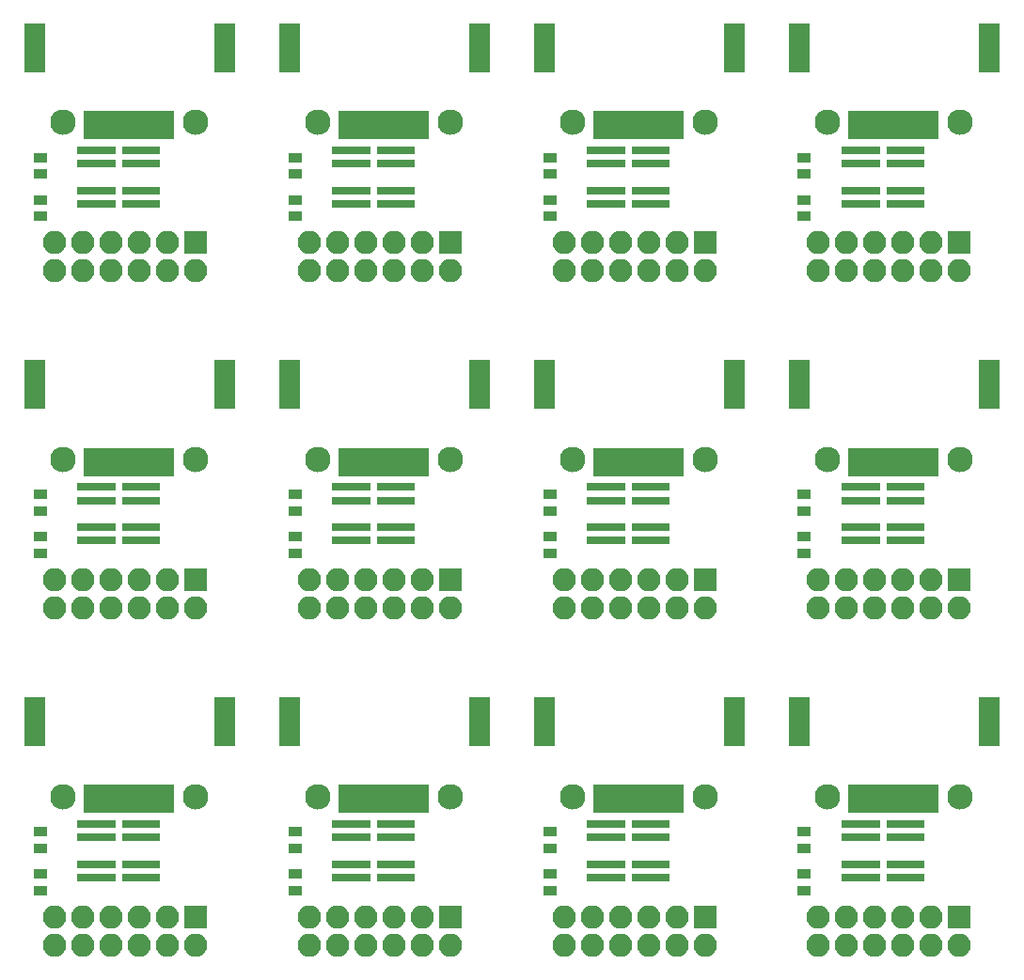
<source format=gts>
%MOIN*%
%OFA0B0*%
%FSLAX46Y46*%
%IPPOS*%
%LPD*%
%ADD10C,0.0039370078740157488*%
%ADD11R,0.074803149606299218X0.17322834645669294*%
%ADD12C,0.051181102362204731*%
%ADD13C,0.0905511811023622*%
%ADD14R,0.03937007874015748X0.0984251968503937*%
%ADD15R,0.051181102362204731X0.035433070866141732*%
%ADD16R,0.041338582677165357X0.031496062992125991*%
%ADD17R,0.033464566929133861X0.031496062992125991*%
%ADD18R,0.082677165354330714X0.082677165354330714*%
%ADD19O,0.082677165354330714X0.082677165354330714*%
%ADD30C,0.0039370078740157488*%
%ADD31R,0.074803149606299218X0.17322834645669294*%
%ADD32C,0.051181102362204731*%
%ADD33C,0.0905511811023622*%
%ADD34R,0.03937007874015748X0.0984251968503937*%
%ADD35R,0.051181102362204731X0.035433070866141732*%
%ADD36R,0.041338582677165357X0.031496062992125991*%
%ADD37R,0.033464566929133861X0.031496062992125991*%
%ADD38R,0.082677165354330714X0.082677165354330714*%
%ADD39O,0.082677165354330714X0.082677165354330714*%
%ADD40C,0.0039370078740157488*%
%ADD41R,0.074803149606299218X0.17322834645669294*%
%ADD42C,0.051181102362204731*%
%ADD43C,0.0905511811023622*%
%ADD44R,0.03937007874015748X0.0984251968503937*%
%ADD45R,0.051181102362204731X0.035433070866141732*%
%ADD46R,0.041338582677165357X0.031496062992125991*%
%ADD47R,0.033464566929133861X0.031496062992125991*%
%ADD48R,0.082677165354330714X0.082677165354330714*%
%ADD49O,0.082677165354330714X0.082677165354330714*%
%ADD50C,0.0039370078740157488*%
%ADD51R,0.074803149606299218X0.17322834645669294*%
%ADD52C,0.051181102362204731*%
%ADD53C,0.0905511811023622*%
%ADD54R,0.03937007874015748X0.0984251968503937*%
%ADD55R,0.051181102362204731X0.035433070866141732*%
%ADD56R,0.041338582677165357X0.031496062992125991*%
%ADD57R,0.033464566929133861X0.031496062992125991*%
%ADD58R,0.082677165354330714X0.082677165354330714*%
%ADD59O,0.082677165354330714X0.082677165354330714*%
%ADD60C,0.0039370078740157488*%
%ADD61R,0.074803149606299218X0.17322834645669294*%
%ADD62C,0.051181102362204731*%
%ADD63C,0.0905511811023622*%
%ADD64R,0.03937007874015748X0.0984251968503937*%
%ADD65R,0.051181102362204731X0.035433070866141732*%
%ADD66R,0.041338582677165357X0.031496062992125991*%
%ADD67R,0.033464566929133861X0.031496062992125991*%
%ADD68R,0.082677165354330714X0.082677165354330714*%
%ADD69O,0.082677165354330714X0.082677165354330714*%
%ADD70C,0.0039370078740157488*%
%ADD71R,0.074803149606299218X0.17322834645669294*%
%ADD72C,0.051181102362204731*%
%ADD73C,0.0905511811023622*%
%ADD74R,0.03937007874015748X0.0984251968503937*%
%ADD75R,0.051181102362204731X0.035433070866141732*%
%ADD76R,0.041338582677165357X0.031496062992125991*%
%ADD77R,0.033464566929133861X0.031496062992125991*%
%ADD78R,0.082677165354330714X0.082677165354330714*%
%ADD79O,0.082677165354330714X0.082677165354330714*%
%ADD80C,0.0039370078740157488*%
%ADD81R,0.074803149606299218X0.17322834645669294*%
%ADD82C,0.051181102362204731*%
%ADD83C,0.0905511811023622*%
%ADD84R,0.03937007874015748X0.0984251968503937*%
%ADD85R,0.051181102362204731X0.035433070866141732*%
%ADD86R,0.041338582677165357X0.031496062992125991*%
%ADD87R,0.033464566929133861X0.031496062992125991*%
%ADD88R,0.082677165354330714X0.082677165354330714*%
%ADD89O,0.082677165354330714X0.082677165354330714*%
%ADD90C,0.0039370078740157488*%
%ADD91R,0.074803149606299218X0.17322834645669294*%
%ADD92C,0.051181102362204731*%
%ADD93C,0.0905511811023622*%
%ADD94R,0.03937007874015748X0.0984251968503937*%
%ADD95R,0.051181102362204731X0.035433070866141732*%
%ADD96R,0.041338582677165357X0.031496062992125991*%
%ADD97R,0.033464566929133861X0.031496062992125991*%
%ADD98R,0.082677165354330714X0.082677165354330714*%
%ADD99O,0.082677165354330714X0.082677165354330714*%
%ADD100C,0.0039370078740157488*%
%ADD101R,0.074803149606299218X0.17322834645669294*%
%ADD102C,0.051181102362204731*%
%ADD103C,0.0905511811023622*%
%ADD104R,0.03937007874015748X0.0984251968503937*%
%ADD105R,0.051181102362204731X0.035433070866141732*%
%ADD106R,0.041338582677165357X0.031496062992125991*%
%ADD107R,0.033464566929133861X0.031496062992125991*%
%ADD108R,0.082677165354330714X0.082677165354330714*%
%ADD109O,0.082677165354330714X0.082677165354330714*%
%ADD110C,0.0039370078740157488*%
%ADD111R,0.074803149606299218X0.17322834645669294*%
%ADD112C,0.051181102362204731*%
%ADD113C,0.0905511811023622*%
%ADD114R,0.03937007874015748X0.0984251968503937*%
%ADD115R,0.051181102362204731X0.035433070866141732*%
%ADD116R,0.041338582677165357X0.031496062992125991*%
%ADD117R,0.033464566929133861X0.031496062992125991*%
%ADD118R,0.082677165354330714X0.082677165354330714*%
%ADD119O,0.082677165354330714X0.082677165354330714*%
%ADD120C,0.0039370078740157488*%
%ADD121R,0.074803149606299218X0.17322834645669294*%
%ADD122C,0.051181102362204731*%
%ADD123C,0.0905511811023622*%
%ADD124R,0.03937007874015748X0.0984251968503937*%
%ADD125R,0.051181102362204731X0.035433070866141732*%
%ADD126R,0.041338582677165357X0.031496062992125991*%
%ADD127R,0.033464566929133861X0.031496062992125991*%
%ADD128R,0.082677165354330714X0.082677165354330714*%
%ADD129O,0.082677165354330714X0.082677165354330714*%
%ADD130C,0.0039370078740157488*%
%ADD131R,0.074803149606299218X0.17322834645669294*%
%ADD132C,0.051181102362204731*%
%ADD133C,0.0905511811023622*%
%ADD134R,0.03937007874015748X0.0984251968503937*%
%ADD135R,0.051181102362204731X0.035433070866141732*%
%ADD136R,0.041338582677165357X0.031496062992125991*%
%ADD137R,0.033464566929133861X0.031496062992125991*%
%ADD138R,0.082677165354330714X0.082677165354330714*%
%ADD139O,0.082677165354330714X0.082677165354330714*%
G01G01*
D10*
D11*
X0000002500Y0000000000D02*
X0000724921Y0000852775D03*
D12*
X0000724921Y0000852775D03*
D13*
X0000622559Y0000587421D03*
X0000150511Y0000587421D03*
D14*
X0000244606Y0000577972D03*
X0000284763Y0000577972D03*
X0000324921Y0000577972D03*
X0000365078Y0000577972D03*
X0000405236Y0000577972D03*
X0000445393Y0000577972D03*
X0000485551Y0000577972D03*
X0000525708Y0000577972D03*
D12*
X0000051692Y0000852775D03*
D11*
X0000051692Y0000852775D03*
D15*
X0000070000Y0000462027D03*
X0000070000Y0000402972D03*
X0000070000Y0000312027D03*
X0000070000Y0000252972D03*
D16*
X0000380236Y0000488602D03*
X0000380236Y0000441358D03*
X0000474724Y0000488602D03*
X0000474724Y0000441358D03*
D17*
X0000411732Y0000488602D03*
X0000443228Y0000488602D03*
X0000443228Y0000441358D03*
X0000411732Y0000441358D03*
D16*
X0000380236Y0000346122D03*
X0000380236Y0000298877D03*
X0000474724Y0000346122D03*
X0000474724Y0000298877D03*
D17*
X0000411732Y0000346122D03*
X0000443228Y0000346122D03*
X0000443228Y0000298877D03*
X0000411732Y0000298877D03*
D16*
X0000222755Y0000488602D03*
X0000222755Y0000441358D03*
X0000317244Y0000488602D03*
X0000317244Y0000441358D03*
D17*
X0000254251Y0000488602D03*
X0000285748Y0000488602D03*
X0000285748Y0000441358D03*
X0000254251Y0000441358D03*
D16*
X0000222755Y0000346122D03*
X0000222755Y0000298877D03*
X0000317244Y0000346122D03*
X0000317244Y0000298877D03*
D17*
X0000254251Y0000346122D03*
X0000285748Y0000346122D03*
X0000285748Y0000298877D03*
X0000254251Y0000298877D03*
D18*
X0000620000Y0000160019D03*
D19*
X0000620000Y0000060019D03*
X0000520000Y0000160019D03*
X0000520000Y0000060019D03*
X0000420000Y0000160019D03*
X0000420000Y0000060019D03*
X0000320000Y0000160019D03*
X0000320000Y0000060019D03*
X0000220000Y0000160019D03*
X0000220000Y0000060019D03*
X0000120000Y0000160019D03*
X0000120000Y0000060019D03*
G04 next file*
G04 #@! TF.FileFunction,Soldermask,Top*
G04 Gerber Fmt 4.6, Leading zero omitted, Abs format (unit mm)*
G04 Created by KiCad (PCBNEW 4.0.4-stable) date 05/23/17 22:39:59*
G01G01*
G04 APERTURE LIST*
G04 APERTURE END LIST*
D30*
D31*
X0000002500Y0001195610D02*
X0000724921Y0002048385D03*
D32*
X0000724921Y0002048385D03*
D33*
X0000622559Y0001783031D03*
X0000150511Y0001783031D03*
D34*
X0000244606Y0001773582D03*
X0000284763Y0001773582D03*
X0000324921Y0001773582D03*
X0000365078Y0001773582D03*
X0000405236Y0001773582D03*
X0000445393Y0001773582D03*
X0000485551Y0001773582D03*
X0000525708Y0001773582D03*
D32*
X0000051692Y0002048385D03*
D31*
X0000051692Y0002048385D03*
D35*
X0000070000Y0001657637D03*
X0000070000Y0001598582D03*
X0000070000Y0001507637D03*
X0000070000Y0001448582D03*
D36*
X0000380236Y0001684212D03*
X0000380236Y0001636968D03*
X0000474724Y0001684212D03*
X0000474724Y0001636968D03*
D37*
X0000411732Y0001684212D03*
X0000443228Y0001684212D03*
X0000443228Y0001636968D03*
X0000411732Y0001636968D03*
D36*
X0000380236Y0001541732D03*
X0000380236Y0001494488D03*
X0000474724Y0001541732D03*
X0000474724Y0001494488D03*
D37*
X0000411732Y0001541732D03*
X0000443228Y0001541732D03*
X0000443228Y0001494488D03*
X0000411732Y0001494488D03*
D36*
X0000222755Y0001684212D03*
X0000222755Y0001636968D03*
X0000317244Y0001684212D03*
X0000317244Y0001636968D03*
D37*
X0000254251Y0001684212D03*
X0000285748Y0001684212D03*
X0000285748Y0001636968D03*
X0000254251Y0001636968D03*
D36*
X0000222755Y0001541732D03*
X0000222755Y0001494488D03*
X0000317244Y0001541732D03*
X0000317244Y0001494488D03*
D37*
X0000254251Y0001541732D03*
X0000285748Y0001541732D03*
X0000285748Y0001494488D03*
X0000254251Y0001494488D03*
D38*
X0000620000Y0001355629D03*
D39*
X0000620000Y0001255629D03*
X0000520000Y0001355629D03*
X0000520000Y0001255629D03*
X0000420000Y0001355629D03*
X0000420000Y0001255629D03*
X0000320000Y0001355629D03*
X0000320000Y0001255629D03*
X0000220000Y0001355629D03*
X0000220000Y0001255629D03*
X0000120000Y0001355629D03*
X0000120000Y0001255629D03*
G04 next file*
G04 #@! TF.FileFunction,Soldermask,Top*
G04 Gerber Fmt 4.6, Leading zero omitted, Abs format (unit mm)*
G04 Created by KiCad (PCBNEW 4.0.4-stable) date 05/23/17 22:39:59*
G01G01*
G04 APERTURE LIST*
G04 APERTURE END LIST*
D40*
D41*
X0000002500Y0002391220D02*
X0000724921Y0003243996D03*
D42*
X0000724921Y0003243996D03*
D43*
X0000622559Y0002978641D03*
X0000150511Y0002978641D03*
D44*
X0000244606Y0002969192D03*
X0000284763Y0002969192D03*
X0000324921Y0002969192D03*
X0000365078Y0002969192D03*
X0000405236Y0002969192D03*
X0000445393Y0002969192D03*
X0000485551Y0002969192D03*
X0000525708Y0002969192D03*
D42*
X0000051692Y0003243996D03*
D41*
X0000051692Y0003243996D03*
D45*
X0000070000Y0002853247D03*
X0000070000Y0002794192D03*
X0000070000Y0002703247D03*
X0000070000Y0002644192D03*
D46*
X0000380236Y0002879822D03*
X0000380236Y0002832578D03*
X0000474724Y0002879822D03*
X0000474724Y0002832578D03*
D47*
X0000411732Y0002879822D03*
X0000443228Y0002879822D03*
X0000443228Y0002832578D03*
X0000411732Y0002832578D03*
D46*
X0000380236Y0002737342D03*
X0000380236Y0002690098D03*
X0000474724Y0002737342D03*
X0000474724Y0002690098D03*
D47*
X0000411732Y0002737342D03*
X0000443228Y0002737342D03*
X0000443228Y0002690098D03*
X0000411732Y0002690098D03*
D46*
X0000222755Y0002879822D03*
X0000222755Y0002832578D03*
X0000317244Y0002879822D03*
X0000317244Y0002832578D03*
D47*
X0000254251Y0002879822D03*
X0000285748Y0002879822D03*
X0000285748Y0002832578D03*
X0000254251Y0002832578D03*
D46*
X0000222755Y0002737342D03*
X0000222755Y0002690098D03*
X0000317244Y0002737342D03*
X0000317244Y0002690098D03*
D47*
X0000254251Y0002737342D03*
X0000285748Y0002737342D03*
X0000285748Y0002690098D03*
X0000254251Y0002690098D03*
D48*
X0000620000Y0002551240D03*
D49*
X0000620000Y0002451240D03*
X0000520000Y0002551240D03*
X0000520000Y0002451240D03*
X0000420000Y0002551240D03*
X0000420000Y0002451240D03*
X0000320000Y0002551240D03*
X0000320000Y0002451240D03*
X0000220000Y0002551240D03*
X0000220000Y0002451240D03*
X0000120000Y0002551240D03*
X0000120000Y0002451240D03*
G04 next file*
G04 #@! TF.FileFunction,Soldermask,Top*
G04 Gerber Fmt 4.6, Leading zero omitted, Abs format (unit mm)*
G04 Created by KiCad (PCBNEW 4.0.4-stable) date 05/23/17 22:39:59*
G01G01*
G04 APERTURE LIST*
G04 APERTURE END LIST*
D50*
D51*
X0000905610Y0000000000D02*
X0001628031Y0000852775D03*
D52*
X0001628031Y0000852775D03*
D53*
X0001525669Y0000587421D03*
X0001053622Y0000587421D03*
D54*
X0001147716Y0000577972D03*
X0001187874Y0000577972D03*
X0001228031Y0000577972D03*
X0001268188Y0000577972D03*
X0001308346Y0000577972D03*
X0001348503Y0000577972D03*
X0001388661Y0000577972D03*
X0001428818Y0000577972D03*
D52*
X0000954803Y0000852775D03*
D51*
X0000954803Y0000852775D03*
D55*
X0000973110Y0000462027D03*
X0000973110Y0000402972D03*
X0000973110Y0000312027D03*
X0000973110Y0000252972D03*
D56*
X0001283346Y0000488602D03*
X0001283346Y0000441358D03*
X0001377834Y0000488602D03*
X0001377834Y0000441358D03*
D57*
X0001314842Y0000488602D03*
X0001346338Y0000488602D03*
X0001346338Y0000441358D03*
X0001314842Y0000441358D03*
D56*
X0001283346Y0000346122D03*
X0001283346Y0000298877D03*
X0001377834Y0000346122D03*
X0001377834Y0000298877D03*
D57*
X0001314842Y0000346122D03*
X0001346338Y0000346122D03*
X0001346338Y0000298877D03*
X0001314842Y0000298877D03*
D56*
X0001125866Y0000488602D03*
X0001125866Y0000441358D03*
X0001220354Y0000488602D03*
X0001220354Y0000441358D03*
D57*
X0001157362Y0000488602D03*
X0001188858Y0000488602D03*
X0001188858Y0000441358D03*
X0001157362Y0000441358D03*
D56*
X0001125866Y0000346122D03*
X0001125866Y0000298877D03*
X0001220354Y0000346122D03*
X0001220354Y0000298877D03*
D57*
X0001157362Y0000346122D03*
X0001188858Y0000346122D03*
X0001188858Y0000298877D03*
X0001157362Y0000298877D03*
D58*
X0001523110Y0000160019D03*
D59*
X0001523110Y0000060019D03*
X0001423110Y0000160019D03*
X0001423110Y0000060019D03*
X0001323110Y0000160019D03*
X0001323110Y0000060019D03*
X0001223110Y0000160019D03*
X0001223110Y0000060019D03*
X0001123110Y0000160019D03*
X0001123110Y0000060019D03*
X0001023110Y0000160019D03*
X0001023110Y0000060019D03*
G04 next file*
G04 #@! TF.FileFunction,Soldermask,Top*
G04 Gerber Fmt 4.6, Leading zero omitted, Abs format (unit mm)*
G04 Created by KiCad (PCBNEW 4.0.4-stable) date 05/23/17 22:39:59*
G01G01*
G04 APERTURE LIST*
G04 APERTURE END LIST*
D60*
D61*
X0001808720Y0000000000D02*
X0002531141Y0000852775D03*
D62*
X0002531141Y0000852775D03*
D63*
X0002428779Y0000587421D03*
X0001956732Y0000587421D03*
D64*
X0002050826Y0000577972D03*
X0002090984Y0000577972D03*
X0002131141Y0000577972D03*
X0002171299Y0000577972D03*
X0002211456Y0000577972D03*
X0002251614Y0000577972D03*
X0002291771Y0000577972D03*
X0002331929Y0000577972D03*
D62*
X0001857913Y0000852775D03*
D61*
X0001857913Y0000852775D03*
D65*
X0001876220Y0000462027D03*
X0001876220Y0000402972D03*
X0001876220Y0000312027D03*
X0001876220Y0000252972D03*
D66*
X0002186456Y0000488602D03*
X0002186456Y0000441358D03*
X0002280944Y0000488602D03*
X0002280944Y0000441358D03*
D67*
X0002217952Y0000488602D03*
X0002249448Y0000488602D03*
X0002249448Y0000441358D03*
X0002217952Y0000441358D03*
D66*
X0002186456Y0000346122D03*
X0002186456Y0000298877D03*
X0002280944Y0000346122D03*
X0002280944Y0000298877D03*
D67*
X0002217952Y0000346122D03*
X0002249448Y0000346122D03*
X0002249448Y0000298877D03*
X0002217952Y0000298877D03*
D66*
X0002028976Y0000488602D03*
X0002028976Y0000441358D03*
X0002123464Y0000488602D03*
X0002123464Y0000441358D03*
D67*
X0002060472Y0000488602D03*
X0002091968Y0000488602D03*
X0002091968Y0000441358D03*
X0002060472Y0000441358D03*
D66*
X0002028976Y0000346122D03*
X0002028976Y0000298877D03*
X0002123464Y0000346122D03*
X0002123464Y0000298877D03*
D67*
X0002060472Y0000346122D03*
X0002091968Y0000346122D03*
X0002091968Y0000298877D03*
X0002060472Y0000298877D03*
D68*
X0002426220Y0000160019D03*
D69*
X0002426220Y0000060019D03*
X0002326220Y0000160019D03*
X0002326220Y0000060019D03*
X0002226220Y0000160019D03*
X0002226220Y0000060019D03*
X0002126220Y0000160019D03*
X0002126220Y0000060019D03*
X0002026220Y0000160019D03*
X0002026220Y0000060019D03*
X0001926220Y0000160019D03*
X0001926220Y0000060019D03*
G04 next file*
G04 #@! TF.FileFunction,Soldermask,Top*
G04 Gerber Fmt 4.6, Leading zero omitted, Abs format (unit mm)*
G04 Created by KiCad (PCBNEW 4.0.4-stable) date 05/23/17 22:39:59*
G01G01*
G04 APERTURE LIST*
G04 APERTURE END LIST*
D70*
D71*
X0002711830Y0000000000D02*
X0003434251Y0000852775D03*
D72*
X0003434251Y0000852775D03*
D73*
X0003331889Y0000587421D03*
X0002859842Y0000587421D03*
D74*
X0002953937Y0000577972D03*
X0002994094Y0000577972D03*
X0003034251Y0000577972D03*
X0003074409Y0000577972D03*
X0003114566Y0000577972D03*
X0003154724Y0000577972D03*
X0003194881Y0000577972D03*
X0003235039Y0000577972D03*
D72*
X0002761023Y0000852775D03*
D71*
X0002761023Y0000852775D03*
D75*
X0002779330Y0000462027D03*
X0002779330Y0000402972D03*
X0002779330Y0000312027D03*
X0002779330Y0000252972D03*
D76*
X0003089566Y0000488602D03*
X0003089566Y0000441358D03*
X0003184055Y0000488602D03*
X0003184055Y0000441358D03*
D77*
X0003121062Y0000488602D03*
X0003152559Y0000488602D03*
X0003152559Y0000441358D03*
X0003121062Y0000441358D03*
D76*
X0003089566Y0000346122D03*
X0003089566Y0000298877D03*
X0003184055Y0000346122D03*
X0003184055Y0000298877D03*
D77*
X0003121062Y0000346122D03*
X0003152559Y0000346122D03*
X0003152559Y0000298877D03*
X0003121062Y0000298877D03*
D76*
X0002932086Y0000488602D03*
X0002932086Y0000441358D03*
X0003026574Y0000488602D03*
X0003026574Y0000441358D03*
D77*
X0002963582Y0000488602D03*
X0002995078Y0000488602D03*
X0002995078Y0000441358D03*
X0002963582Y0000441358D03*
D76*
X0002932086Y0000346122D03*
X0002932086Y0000298877D03*
X0003026574Y0000346122D03*
X0003026574Y0000298877D03*
D77*
X0002963582Y0000346122D03*
X0002995078Y0000346122D03*
X0002995078Y0000298877D03*
X0002963582Y0000298877D03*
D78*
X0003329330Y0000160019D03*
D79*
X0003329330Y0000060019D03*
X0003229330Y0000160019D03*
X0003229330Y0000060019D03*
X0003129330Y0000160019D03*
X0003129330Y0000060019D03*
X0003029330Y0000160019D03*
X0003029330Y0000060019D03*
X0002929330Y0000160019D03*
X0002929330Y0000060019D03*
X0002829330Y0000160019D03*
X0002829330Y0000060019D03*
G04 next file*
G04 #@! TF.FileFunction,Soldermask,Top*
G04 Gerber Fmt 4.6, Leading zero omitted, Abs format (unit mm)*
G04 Created by KiCad (PCBNEW 4.0.4-stable) date 05/23/17 22:39:59*
G01G01*
G04 APERTURE LIST*
G04 APERTURE END LIST*
D80*
D81*
X0000905610Y0001195610D02*
X0001628031Y0002048385D03*
D82*
X0001628031Y0002048385D03*
D83*
X0001525669Y0001783031D03*
X0001053622Y0001783031D03*
D84*
X0001147716Y0001773582D03*
X0001187874Y0001773582D03*
X0001228031Y0001773582D03*
X0001268188Y0001773582D03*
X0001308346Y0001773582D03*
X0001348503Y0001773582D03*
X0001388661Y0001773582D03*
X0001428818Y0001773582D03*
D82*
X0000954803Y0002048385D03*
D81*
X0000954803Y0002048385D03*
D85*
X0000973110Y0001657637D03*
X0000973110Y0001598582D03*
X0000973110Y0001507637D03*
X0000973110Y0001448582D03*
D86*
X0001283346Y0001684212D03*
X0001283346Y0001636968D03*
X0001377834Y0001684212D03*
X0001377834Y0001636968D03*
D87*
X0001314842Y0001684212D03*
X0001346338Y0001684212D03*
X0001346338Y0001636968D03*
X0001314842Y0001636968D03*
D86*
X0001283346Y0001541732D03*
X0001283346Y0001494488D03*
X0001377834Y0001541732D03*
X0001377834Y0001494488D03*
D87*
X0001314842Y0001541732D03*
X0001346338Y0001541732D03*
X0001346338Y0001494488D03*
X0001314842Y0001494488D03*
D86*
X0001125866Y0001684212D03*
X0001125866Y0001636968D03*
X0001220354Y0001684212D03*
X0001220354Y0001636968D03*
D87*
X0001157362Y0001684212D03*
X0001188858Y0001684212D03*
X0001188858Y0001636968D03*
X0001157362Y0001636968D03*
D86*
X0001125866Y0001541732D03*
X0001125866Y0001494488D03*
X0001220354Y0001541732D03*
X0001220354Y0001494488D03*
D87*
X0001157362Y0001541732D03*
X0001188858Y0001541732D03*
X0001188858Y0001494488D03*
X0001157362Y0001494488D03*
D88*
X0001523110Y0001355629D03*
D89*
X0001523110Y0001255629D03*
X0001423110Y0001355629D03*
X0001423110Y0001255629D03*
X0001323110Y0001355629D03*
X0001323110Y0001255629D03*
X0001223110Y0001355629D03*
X0001223110Y0001255629D03*
X0001123110Y0001355629D03*
X0001123110Y0001255629D03*
X0001023110Y0001355629D03*
X0001023110Y0001255629D03*
G04 next file*
G04 #@! TF.FileFunction,Soldermask,Top*
G04 Gerber Fmt 4.6, Leading zero omitted, Abs format (unit mm)*
G04 Created by KiCad (PCBNEW 4.0.4-stable) date 05/23/17 22:39:59*
G01G01*
G04 APERTURE LIST*
G04 APERTURE END LIST*
D90*
D91*
X0000905610Y0002391220D02*
X0001628031Y0003243996D03*
D92*
X0001628031Y0003243996D03*
D93*
X0001525669Y0002978641D03*
X0001053622Y0002978641D03*
D94*
X0001147716Y0002969192D03*
X0001187874Y0002969192D03*
X0001228031Y0002969192D03*
X0001268188Y0002969192D03*
X0001308346Y0002969192D03*
X0001348503Y0002969192D03*
X0001388661Y0002969192D03*
X0001428818Y0002969192D03*
D92*
X0000954803Y0003243996D03*
D91*
X0000954803Y0003243996D03*
D95*
X0000973110Y0002853247D03*
X0000973110Y0002794192D03*
X0000973110Y0002703247D03*
X0000973110Y0002644192D03*
D96*
X0001283346Y0002879822D03*
X0001283346Y0002832578D03*
X0001377834Y0002879822D03*
X0001377834Y0002832578D03*
D97*
X0001314842Y0002879822D03*
X0001346338Y0002879822D03*
X0001346338Y0002832578D03*
X0001314842Y0002832578D03*
D96*
X0001283346Y0002737342D03*
X0001283346Y0002690098D03*
X0001377834Y0002737342D03*
X0001377834Y0002690098D03*
D97*
X0001314842Y0002737342D03*
X0001346338Y0002737342D03*
X0001346338Y0002690098D03*
X0001314842Y0002690098D03*
D96*
X0001125866Y0002879822D03*
X0001125866Y0002832578D03*
X0001220354Y0002879822D03*
X0001220354Y0002832578D03*
D97*
X0001157362Y0002879822D03*
X0001188858Y0002879822D03*
X0001188858Y0002832578D03*
X0001157362Y0002832578D03*
D96*
X0001125866Y0002737342D03*
X0001125866Y0002690098D03*
X0001220354Y0002737342D03*
X0001220354Y0002690098D03*
D97*
X0001157362Y0002737342D03*
X0001188858Y0002737342D03*
X0001188858Y0002690098D03*
X0001157362Y0002690098D03*
D98*
X0001523110Y0002551240D03*
D99*
X0001523110Y0002451240D03*
X0001423110Y0002551240D03*
X0001423110Y0002451240D03*
X0001323110Y0002551240D03*
X0001323110Y0002451240D03*
X0001223110Y0002551240D03*
X0001223110Y0002451240D03*
X0001123110Y0002551240D03*
X0001123110Y0002451240D03*
X0001023110Y0002551240D03*
X0001023110Y0002451240D03*
G04 next file*
G04 #@! TF.FileFunction,Soldermask,Top*
G04 Gerber Fmt 4.6, Leading zero omitted, Abs format (unit mm)*
G04 Created by KiCad (PCBNEW 4.0.4-stable) date 05/23/17 22:39:59*
G01G01*
G04 APERTURE LIST*
G04 APERTURE END LIST*
D100*
D101*
X0001808720Y0001195610D02*
X0002531141Y0002048385D03*
D102*
X0002531141Y0002048385D03*
D103*
X0002428779Y0001783031D03*
X0001956732Y0001783031D03*
D104*
X0002050826Y0001773582D03*
X0002090984Y0001773582D03*
X0002131141Y0001773582D03*
X0002171299Y0001773582D03*
X0002211456Y0001773582D03*
X0002251614Y0001773582D03*
X0002291771Y0001773582D03*
X0002331929Y0001773582D03*
D102*
X0001857913Y0002048385D03*
D101*
X0001857913Y0002048385D03*
D105*
X0001876220Y0001657637D03*
X0001876220Y0001598582D03*
X0001876220Y0001507637D03*
X0001876220Y0001448582D03*
D106*
X0002186456Y0001684212D03*
X0002186456Y0001636968D03*
X0002280944Y0001684212D03*
X0002280944Y0001636968D03*
D107*
X0002217952Y0001684212D03*
X0002249448Y0001684212D03*
X0002249448Y0001636968D03*
X0002217952Y0001636968D03*
D106*
X0002186456Y0001541732D03*
X0002186456Y0001494488D03*
X0002280944Y0001541732D03*
X0002280944Y0001494488D03*
D107*
X0002217952Y0001541732D03*
X0002249448Y0001541732D03*
X0002249448Y0001494488D03*
X0002217952Y0001494488D03*
D106*
X0002028976Y0001684212D03*
X0002028976Y0001636968D03*
X0002123464Y0001684212D03*
X0002123464Y0001636968D03*
D107*
X0002060472Y0001684212D03*
X0002091968Y0001684212D03*
X0002091968Y0001636968D03*
X0002060472Y0001636968D03*
D106*
X0002028976Y0001541732D03*
X0002028976Y0001494488D03*
X0002123464Y0001541732D03*
X0002123464Y0001494488D03*
D107*
X0002060472Y0001541732D03*
X0002091968Y0001541732D03*
X0002091968Y0001494488D03*
X0002060472Y0001494488D03*
D108*
X0002426220Y0001355629D03*
D109*
X0002426220Y0001255629D03*
X0002326220Y0001355629D03*
X0002326220Y0001255629D03*
X0002226220Y0001355629D03*
X0002226220Y0001255629D03*
X0002126220Y0001355629D03*
X0002126220Y0001255629D03*
X0002026220Y0001355629D03*
X0002026220Y0001255629D03*
X0001926220Y0001355629D03*
X0001926220Y0001255629D03*
G04 next file*
G04 #@! TF.FileFunction,Soldermask,Top*
G04 Gerber Fmt 4.6, Leading zero omitted, Abs format (unit mm)*
G04 Created by KiCad (PCBNEW 4.0.4-stable) date 05/23/17 22:39:59*
G01G01*
G04 APERTURE LIST*
G04 APERTURE END LIST*
D110*
D111*
X0002711830Y0001195610D02*
X0003434251Y0002048385D03*
D112*
X0003434251Y0002048385D03*
D113*
X0003331889Y0001783031D03*
X0002859842Y0001783031D03*
D114*
X0002953937Y0001773582D03*
X0002994094Y0001773582D03*
X0003034251Y0001773582D03*
X0003074409Y0001773582D03*
X0003114566Y0001773582D03*
X0003154724Y0001773582D03*
X0003194881Y0001773582D03*
X0003235039Y0001773582D03*
D112*
X0002761023Y0002048385D03*
D111*
X0002761023Y0002048385D03*
D115*
X0002779330Y0001657637D03*
X0002779330Y0001598582D03*
X0002779330Y0001507637D03*
X0002779330Y0001448582D03*
D116*
X0003089566Y0001684212D03*
X0003089566Y0001636968D03*
X0003184055Y0001684212D03*
X0003184055Y0001636968D03*
D117*
X0003121062Y0001684212D03*
X0003152559Y0001684212D03*
X0003152559Y0001636968D03*
X0003121062Y0001636968D03*
D116*
X0003089566Y0001541732D03*
X0003089566Y0001494488D03*
X0003184055Y0001541732D03*
X0003184055Y0001494488D03*
D117*
X0003121062Y0001541732D03*
X0003152559Y0001541732D03*
X0003152559Y0001494488D03*
X0003121062Y0001494488D03*
D116*
X0002932086Y0001684212D03*
X0002932086Y0001636968D03*
X0003026574Y0001684212D03*
X0003026574Y0001636968D03*
D117*
X0002963582Y0001684212D03*
X0002995078Y0001684212D03*
X0002995078Y0001636968D03*
X0002963582Y0001636968D03*
D116*
X0002932086Y0001541732D03*
X0002932086Y0001494488D03*
X0003026574Y0001541732D03*
X0003026574Y0001494488D03*
D117*
X0002963582Y0001541732D03*
X0002995078Y0001541732D03*
X0002995078Y0001494488D03*
X0002963582Y0001494488D03*
D118*
X0003329330Y0001355629D03*
D119*
X0003329330Y0001255629D03*
X0003229330Y0001355629D03*
X0003229330Y0001255629D03*
X0003129330Y0001355629D03*
X0003129330Y0001255629D03*
X0003029330Y0001355629D03*
X0003029330Y0001255629D03*
X0002929330Y0001355629D03*
X0002929330Y0001255629D03*
X0002829330Y0001355629D03*
X0002829330Y0001255629D03*
G04 next file*
G04 #@! TF.FileFunction,Soldermask,Top*
G04 Gerber Fmt 4.6, Leading zero omitted, Abs format (unit mm)*
G04 Created by KiCad (PCBNEW 4.0.4-stable) date 05/23/17 22:39:59*
G01G01*
G04 APERTURE LIST*
G04 APERTURE END LIST*
D120*
D121*
X0001808720Y0002391220D02*
X0002531141Y0003243996D03*
D122*
X0002531141Y0003243996D03*
D123*
X0002428779Y0002978641D03*
X0001956732Y0002978641D03*
D124*
X0002050826Y0002969192D03*
X0002090984Y0002969192D03*
X0002131141Y0002969192D03*
X0002171299Y0002969192D03*
X0002211456Y0002969192D03*
X0002251614Y0002969192D03*
X0002291771Y0002969192D03*
X0002331929Y0002969192D03*
D122*
X0001857913Y0003243996D03*
D121*
X0001857913Y0003243996D03*
D125*
X0001876220Y0002853247D03*
X0001876220Y0002794192D03*
X0001876220Y0002703247D03*
X0001876220Y0002644192D03*
D126*
X0002186456Y0002879822D03*
X0002186456Y0002832578D03*
X0002280944Y0002879822D03*
X0002280944Y0002832578D03*
D127*
X0002217952Y0002879822D03*
X0002249448Y0002879822D03*
X0002249448Y0002832578D03*
X0002217952Y0002832578D03*
D126*
X0002186456Y0002737342D03*
X0002186456Y0002690098D03*
X0002280944Y0002737342D03*
X0002280944Y0002690098D03*
D127*
X0002217952Y0002737342D03*
X0002249448Y0002737342D03*
X0002249448Y0002690098D03*
X0002217952Y0002690098D03*
D126*
X0002028976Y0002879822D03*
X0002028976Y0002832578D03*
X0002123464Y0002879822D03*
X0002123464Y0002832578D03*
D127*
X0002060472Y0002879822D03*
X0002091968Y0002879822D03*
X0002091968Y0002832578D03*
X0002060472Y0002832578D03*
D126*
X0002028976Y0002737342D03*
X0002028976Y0002690098D03*
X0002123464Y0002737342D03*
X0002123464Y0002690098D03*
D127*
X0002060472Y0002737342D03*
X0002091968Y0002737342D03*
X0002091968Y0002690098D03*
X0002060472Y0002690098D03*
D128*
X0002426220Y0002551240D03*
D129*
X0002426220Y0002451240D03*
X0002326220Y0002551240D03*
X0002326220Y0002451240D03*
X0002226220Y0002551240D03*
X0002226220Y0002451240D03*
X0002126220Y0002551240D03*
X0002126220Y0002451240D03*
X0002026220Y0002551240D03*
X0002026220Y0002451240D03*
X0001926220Y0002551240D03*
X0001926220Y0002451240D03*
G04 next file*
G04 #@! TF.FileFunction,Soldermask,Top*
G04 Gerber Fmt 4.6, Leading zero omitted, Abs format (unit mm)*
G04 Created by KiCad (PCBNEW 4.0.4-stable) date 05/23/17 22:39:59*
G01G01*
G04 APERTURE LIST*
G04 APERTURE END LIST*
D130*
D131*
X0002711830Y0002391220D02*
X0003434251Y0003243996D03*
D132*
X0003434251Y0003243996D03*
D133*
X0003331889Y0002978641D03*
X0002859842Y0002978641D03*
D134*
X0002953937Y0002969192D03*
X0002994094Y0002969192D03*
X0003034251Y0002969192D03*
X0003074409Y0002969192D03*
X0003114566Y0002969192D03*
X0003154724Y0002969192D03*
X0003194881Y0002969192D03*
X0003235039Y0002969192D03*
D132*
X0002761023Y0003243996D03*
D131*
X0002761023Y0003243996D03*
D135*
X0002779330Y0002853247D03*
X0002779330Y0002794192D03*
X0002779330Y0002703247D03*
X0002779330Y0002644192D03*
D136*
X0003089566Y0002879822D03*
X0003089566Y0002832578D03*
X0003184055Y0002879822D03*
X0003184055Y0002832578D03*
D137*
X0003121062Y0002879822D03*
X0003152559Y0002879822D03*
X0003152559Y0002832578D03*
X0003121062Y0002832578D03*
D136*
X0003089566Y0002737342D03*
X0003089566Y0002690098D03*
X0003184055Y0002737342D03*
X0003184055Y0002690098D03*
D137*
X0003121062Y0002737342D03*
X0003152559Y0002737342D03*
X0003152559Y0002690098D03*
X0003121062Y0002690098D03*
D136*
X0002932086Y0002879822D03*
X0002932086Y0002832578D03*
X0003026574Y0002879822D03*
X0003026574Y0002832578D03*
D137*
X0002963582Y0002879822D03*
X0002995078Y0002879822D03*
X0002995078Y0002832578D03*
X0002963582Y0002832578D03*
D136*
X0002932086Y0002737342D03*
X0002932086Y0002690098D03*
X0003026574Y0002737342D03*
X0003026574Y0002690098D03*
D137*
X0002963582Y0002737342D03*
X0002995078Y0002737342D03*
X0002995078Y0002690098D03*
X0002963582Y0002690098D03*
D138*
X0003329330Y0002551240D03*
D139*
X0003329330Y0002451240D03*
X0003229330Y0002551240D03*
X0003229330Y0002451240D03*
X0003129330Y0002551240D03*
X0003129330Y0002451240D03*
X0003029330Y0002551240D03*
X0003029330Y0002451240D03*
X0002929330Y0002551240D03*
X0002929330Y0002451240D03*
X0002829330Y0002551240D03*
X0002829330Y0002451240D03*
M02*
</source>
